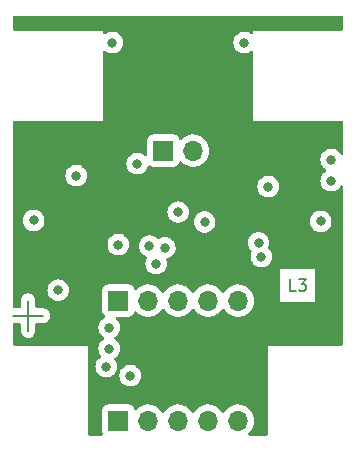
<source format=gbr>
%TF.GenerationSoftware,KiCad,Pcbnew,(6.0.10)*%
%TF.CreationDate,2023-02-07T20:48:55+01:00*%
%TF.ProjectId,JoystickAdapter,4a6f7973-7469-4636-9b41-646170746572,1.0*%
%TF.SameCoordinates,Original*%
%TF.FileFunction,Copper,L3,Inr*%
%TF.FilePolarity,Positive*%
%FSLAX46Y46*%
G04 Gerber Fmt 4.6, Leading zero omitted, Abs format (unit mm)*
G04 Created by KiCad (PCBNEW (6.0.10)) date 2023-02-07 20:48:55*
%MOMM*%
%LPD*%
G01*
G04 APERTURE LIST*
%TA.AperFunction,NonConductor*%
%ADD10C,0.200000*%
%TD*%
%ADD11C,0.150000*%
%TA.AperFunction,NonConductor*%
%ADD12C,0.150000*%
%TD*%
%TA.AperFunction,ComponentPad*%
%ADD13R,1.700000X1.700000*%
%TD*%
%TA.AperFunction,ComponentPad*%
%ADD14O,1.700000X1.700000*%
%TD*%
%TA.AperFunction,ViaPad*%
%ADD15C,0.800000*%
%TD*%
G04 APERTURE END LIST*
D10*
X102870000Y-107950000D02*
X105410000Y-107950000D01*
X104140000Y-106680000D02*
X104140000Y-109220000D01*
D11*
D12*
X126795785Y-105862380D02*
X126319595Y-105862380D01*
X126319595Y-104862380D01*
X127033880Y-104862380D02*
X127652928Y-104862380D01*
X127319595Y-105243333D01*
X127462452Y-105243333D01*
X127557690Y-105290952D01*
X127605309Y-105338571D01*
X127652928Y-105433809D01*
X127652928Y-105671904D01*
X127605309Y-105767142D01*
X127557690Y-105814761D01*
X127462452Y-105862380D01*
X127176738Y-105862380D01*
X127081500Y-105814761D01*
X127033880Y-105767142D01*
D13*
%TO.N,/JOY_SANWA_GND*%
%TO.C,J2*%
X111760000Y-106680000D03*
D14*
%TO.N,/JOY_SANWA_X_LEFT*%
X114300000Y-106680000D03*
%TO.N,/JOY_SANWA_X_RIGHT*%
X116840000Y-106680000D03*
%TO.N,/JOY_SANWA_Y_DOWN*%
X119380000Y-106680000D03*
%TO.N,/JOY_SANWA_Y_UP*%
X121920000Y-106680000D03*
%TD*%
D13*
%TO.N,GND*%
%TO.C,J3*%
X115570000Y-93980000D03*
D14*
%TO.N,Net-(J3-Pad2)*%
X118110000Y-93980000D03*
%TD*%
D13*
%TO.N,/JOY_KY023_GND*%
%TO.C,J1*%
X111760000Y-116840000D03*
D14*
%TO.N,/JOY_KY023_+5V*%
X114300000Y-116840000D03*
%TO.N,JOY_KY023_X*%
X116840000Y-116840000D03*
%TO.N,JOY_KY023_Y*%
X119380000Y-116840000D03*
%TO.N,JOY_KY023_SW*%
X121920000Y-116840000D03*
%TD*%
D15*
%TO.N,+5V*%
X114076000Y-90965000D03*
%TO.N,/JOY_SANWA_X_RIGHT*%
X115712000Y-102210000D03*
%TO.N,Net-(R26-Pad2)*%
X114966000Y-103564000D03*
%TO.N,Net-(R25-Pad2)*%
X123875000Y-102967000D03*
%TO.N,/JOY_SANWA_X_LEFT*%
X114397400Y-102066000D03*
%TO.N,Net-(D5-Pad1)*%
X128903000Y-99967200D03*
%TO.N,Net-(D4-Pad1)*%
X123644000Y-101791000D03*
%TO.N,Net-(D3-Pad1)*%
X116840000Y-99185900D03*
%TO.N,Net-(D2-Pad1)*%
X111760000Y-101952000D03*
%TO.N,+5V*%
X129794000Y-92964000D03*
X115062000Y-110744000D03*
X110998000Y-98806000D03*
X116840000Y-96266000D03*
X115316000Y-113284000D03*
X121920000Y-96266000D03*
X119114000Y-97405000D03*
X127254000Y-99060000D03*
X115062000Y-108966000D03*
X115316000Y-112268000D03*
X103824000Y-96012000D03*
%TO.N,GND*%
X129794000Y-94742000D03*
X122428000Y-84836000D03*
X129794000Y-96520000D03*
X106680000Y-105801000D03*
X110998000Y-108966000D03*
X124460000Y-97028000D03*
X110998000Y-110744000D03*
X110744000Y-112268000D03*
X111252000Y-84836000D03*
X119079000Y-100024000D03*
X108204000Y-96106800D03*
X112776000Y-113030000D03*
X113365000Y-95082800D03*
X104604000Y-99888800D03*
%TD*%
%TA.AperFunction,Conductor*%
%TO.N,+5V*%
G36*
X130752121Y-82570002D02*
G01*
X130798614Y-82623658D01*
X130810000Y-82676000D01*
X130810000Y-83694000D01*
X130789998Y-83762121D01*
X130736342Y-83808614D01*
X130684000Y-83820000D01*
X123190000Y-83820000D01*
X123190000Y-84019369D01*
X123169998Y-84087490D01*
X123116342Y-84133983D01*
X123046068Y-84144087D01*
X122989939Y-84121305D01*
X122890094Y-84048763D01*
X122890093Y-84048762D01*
X122884752Y-84044882D01*
X122878724Y-84042198D01*
X122878722Y-84042197D01*
X122716319Y-83969891D01*
X122716318Y-83969891D01*
X122710288Y-83967206D01*
X122616888Y-83947353D01*
X122529944Y-83928872D01*
X122529939Y-83928872D01*
X122523487Y-83927500D01*
X122332513Y-83927500D01*
X122326061Y-83928872D01*
X122326056Y-83928872D01*
X122239112Y-83947353D01*
X122145712Y-83967206D01*
X122139682Y-83969891D01*
X122139681Y-83969891D01*
X121977278Y-84042197D01*
X121977276Y-84042198D01*
X121971248Y-84044882D01*
X121816747Y-84157134D01*
X121688960Y-84299056D01*
X121593473Y-84464444D01*
X121534458Y-84646072D01*
X121514496Y-84836000D01*
X121534458Y-85025928D01*
X121593473Y-85207556D01*
X121688960Y-85372944D01*
X121816747Y-85514866D01*
X121971248Y-85627118D01*
X121977276Y-85629802D01*
X121977278Y-85629803D01*
X122028551Y-85652631D01*
X122145712Y-85704794D01*
X122239113Y-85724647D01*
X122326056Y-85743128D01*
X122326061Y-85743128D01*
X122332513Y-85744500D01*
X122523487Y-85744500D01*
X122529939Y-85743128D01*
X122529944Y-85743128D01*
X122616887Y-85724647D01*
X122710288Y-85704794D01*
X122827449Y-85652631D01*
X122878722Y-85629803D01*
X122878724Y-85629802D01*
X122884752Y-85627118D01*
X122930568Y-85593831D01*
X122989939Y-85550695D01*
X123056807Y-85526837D01*
X123125958Y-85542917D01*
X123175438Y-85593831D01*
X123190000Y-85652631D01*
X123190000Y-91440000D01*
X130684000Y-91440000D01*
X130752121Y-91460002D01*
X130798614Y-91513658D01*
X130810000Y-91566000D01*
X130810000Y-94214527D01*
X130789998Y-94282648D01*
X130736342Y-94329141D01*
X130666068Y-94339245D01*
X130601488Y-94309751D01*
X130574881Y-94277527D01*
X130572281Y-94273023D01*
X130533040Y-94205056D01*
X130405253Y-94063134D01*
X130250752Y-93950882D01*
X130244724Y-93948198D01*
X130244722Y-93948197D01*
X130082319Y-93875891D01*
X130082318Y-93875891D01*
X130076288Y-93873206D01*
X129982888Y-93853353D01*
X129895944Y-93834872D01*
X129895939Y-93834872D01*
X129889487Y-93833500D01*
X129698513Y-93833500D01*
X129692061Y-93834872D01*
X129692056Y-93834872D01*
X129605112Y-93853353D01*
X129511712Y-93873206D01*
X129505682Y-93875891D01*
X129505681Y-93875891D01*
X129343278Y-93948197D01*
X129343276Y-93948198D01*
X129337248Y-93950882D01*
X129182747Y-94063134D01*
X129054960Y-94205056D01*
X128959473Y-94370444D01*
X128900458Y-94552072D01*
X128880496Y-94742000D01*
X128881186Y-94748565D01*
X128899322Y-94921115D01*
X128900458Y-94931928D01*
X128959473Y-95113556D01*
X129054960Y-95278944D01*
X129059378Y-95283851D01*
X129059379Y-95283852D01*
X129103270Y-95332598D01*
X129182747Y-95420866D01*
X129228842Y-95454356D01*
X129331668Y-95529064D01*
X129375022Y-95585287D01*
X129381097Y-95656023D01*
X129347965Y-95718814D01*
X129331668Y-95732936D01*
X129182747Y-95841134D01*
X129178326Y-95846044D01*
X129178325Y-95846045D01*
X129150811Y-95876603D01*
X129054960Y-95983056D01*
X129049492Y-95992527D01*
X128987307Y-96100235D01*
X128959473Y-96148444D01*
X128900458Y-96330072D01*
X128899768Y-96336633D01*
X128899768Y-96336635D01*
X128897938Y-96354045D01*
X128880496Y-96520000D01*
X128900458Y-96709928D01*
X128959473Y-96891556D01*
X129054960Y-97056944D01*
X129182747Y-97198866D01*
X129337248Y-97311118D01*
X129343276Y-97313802D01*
X129343278Y-97313803D01*
X129505681Y-97386109D01*
X129511712Y-97388794D01*
X129605112Y-97408647D01*
X129692056Y-97427128D01*
X129692061Y-97427128D01*
X129698513Y-97428500D01*
X129889487Y-97428500D01*
X129895939Y-97427128D01*
X129895944Y-97427128D01*
X129982888Y-97408647D01*
X130076288Y-97388794D01*
X130082319Y-97386109D01*
X130244722Y-97313803D01*
X130244724Y-97313802D01*
X130250752Y-97311118D01*
X130405253Y-97198866D01*
X130533040Y-97056944D01*
X130574882Y-96984472D01*
X130626263Y-96935480D01*
X130695977Y-96922044D01*
X130761888Y-96948430D01*
X130803070Y-97006262D01*
X130810000Y-97047473D01*
X130810000Y-110364000D01*
X130789998Y-110432121D01*
X130736342Y-110478614D01*
X130684000Y-110490000D01*
X124460000Y-110490000D01*
X124460000Y-117984000D01*
X124439998Y-118052121D01*
X124386342Y-118098614D01*
X124334000Y-118110000D01*
X122872680Y-118110000D01*
X122804559Y-118089998D01*
X122758066Y-118036342D01*
X122747962Y-117966068D01*
X122777456Y-117901488D01*
X122792189Y-117888089D01*
X122791702Y-117887513D01*
X122795657Y-117884171D01*
X122799860Y-117881173D01*
X122958096Y-117723489D01*
X123088453Y-117542077D01*
X123109320Y-117499857D01*
X123185136Y-117346453D01*
X123185137Y-117346451D01*
X123187430Y-117341811D01*
X123252370Y-117128069D01*
X123281529Y-116906590D01*
X123283156Y-116840000D01*
X123264852Y-116617361D01*
X123210431Y-116400702D01*
X123121354Y-116195840D01*
X123000014Y-116008277D01*
X122849670Y-115843051D01*
X122845619Y-115839852D01*
X122845615Y-115839848D01*
X122678414Y-115707800D01*
X122678410Y-115707798D01*
X122674359Y-115704598D01*
X122478789Y-115596638D01*
X122473920Y-115594914D01*
X122473916Y-115594912D01*
X122273087Y-115523795D01*
X122273083Y-115523794D01*
X122268212Y-115522069D01*
X122263119Y-115521162D01*
X122263116Y-115521161D01*
X122053373Y-115483800D01*
X122053367Y-115483799D01*
X122048284Y-115482894D01*
X121974452Y-115481992D01*
X121830081Y-115480228D01*
X121830079Y-115480228D01*
X121824911Y-115480165D01*
X121604091Y-115513955D01*
X121391756Y-115583357D01*
X121193607Y-115686507D01*
X121189474Y-115689610D01*
X121189471Y-115689612D01*
X121019100Y-115817530D01*
X121014965Y-115820635D01*
X121011393Y-115824373D01*
X120903729Y-115937037D01*
X120860629Y-115982138D01*
X120753201Y-116139621D01*
X120698293Y-116184621D01*
X120627768Y-116192792D01*
X120564021Y-116161538D01*
X120543324Y-116137054D01*
X120462822Y-116012617D01*
X120462820Y-116012614D01*
X120460014Y-116008277D01*
X120309670Y-115843051D01*
X120305619Y-115839852D01*
X120305615Y-115839848D01*
X120138414Y-115707800D01*
X120138410Y-115707798D01*
X120134359Y-115704598D01*
X119938789Y-115596638D01*
X119933920Y-115594914D01*
X119933916Y-115594912D01*
X119733087Y-115523795D01*
X119733083Y-115523794D01*
X119728212Y-115522069D01*
X119723119Y-115521162D01*
X119723116Y-115521161D01*
X119513373Y-115483800D01*
X119513367Y-115483799D01*
X119508284Y-115482894D01*
X119434452Y-115481992D01*
X119290081Y-115480228D01*
X119290079Y-115480228D01*
X119284911Y-115480165D01*
X119064091Y-115513955D01*
X118851756Y-115583357D01*
X118653607Y-115686507D01*
X118649474Y-115689610D01*
X118649471Y-115689612D01*
X118479100Y-115817530D01*
X118474965Y-115820635D01*
X118471393Y-115824373D01*
X118363729Y-115937037D01*
X118320629Y-115982138D01*
X118213201Y-116139621D01*
X118158293Y-116184621D01*
X118087768Y-116192792D01*
X118024021Y-116161538D01*
X118003324Y-116137054D01*
X117922822Y-116012617D01*
X117922820Y-116012614D01*
X117920014Y-116008277D01*
X117769670Y-115843051D01*
X117765619Y-115839852D01*
X117765615Y-115839848D01*
X117598414Y-115707800D01*
X117598410Y-115707798D01*
X117594359Y-115704598D01*
X117398789Y-115596638D01*
X117393920Y-115594914D01*
X117393916Y-115594912D01*
X117193087Y-115523795D01*
X117193083Y-115523794D01*
X117188212Y-115522069D01*
X117183119Y-115521162D01*
X117183116Y-115521161D01*
X116973373Y-115483800D01*
X116973367Y-115483799D01*
X116968284Y-115482894D01*
X116894452Y-115481992D01*
X116750081Y-115480228D01*
X116750079Y-115480228D01*
X116744911Y-115480165D01*
X116524091Y-115513955D01*
X116311756Y-115583357D01*
X116113607Y-115686507D01*
X116109474Y-115689610D01*
X116109471Y-115689612D01*
X115939100Y-115817530D01*
X115934965Y-115820635D01*
X115931393Y-115824373D01*
X115823729Y-115937037D01*
X115780629Y-115982138D01*
X115673201Y-116139621D01*
X115618293Y-116184621D01*
X115547768Y-116192792D01*
X115484021Y-116161538D01*
X115463324Y-116137054D01*
X115382822Y-116012617D01*
X115382820Y-116012614D01*
X115380014Y-116008277D01*
X115229670Y-115843051D01*
X115225619Y-115839852D01*
X115225615Y-115839848D01*
X115058414Y-115707800D01*
X115058410Y-115707798D01*
X115054359Y-115704598D01*
X114858789Y-115596638D01*
X114853920Y-115594914D01*
X114853916Y-115594912D01*
X114653087Y-115523795D01*
X114653083Y-115523794D01*
X114648212Y-115522069D01*
X114643119Y-115521162D01*
X114643116Y-115521161D01*
X114433373Y-115483800D01*
X114433367Y-115483799D01*
X114428284Y-115482894D01*
X114354452Y-115481992D01*
X114210081Y-115480228D01*
X114210079Y-115480228D01*
X114204911Y-115480165D01*
X113984091Y-115513955D01*
X113771756Y-115583357D01*
X113573607Y-115686507D01*
X113569474Y-115689610D01*
X113569471Y-115689612D01*
X113399100Y-115817530D01*
X113394965Y-115820635D01*
X113338537Y-115879684D01*
X113314283Y-115905064D01*
X113252759Y-115940494D01*
X113181846Y-115937037D01*
X113124060Y-115895791D01*
X113105207Y-115862243D01*
X113063767Y-115751703D01*
X113060615Y-115743295D01*
X112973261Y-115626739D01*
X112856705Y-115539385D01*
X112720316Y-115488255D01*
X112658134Y-115481500D01*
X110861866Y-115481500D01*
X110799684Y-115488255D01*
X110663295Y-115539385D01*
X110546739Y-115626739D01*
X110459385Y-115743295D01*
X110408255Y-115879684D01*
X110401500Y-115941866D01*
X110401500Y-117738134D01*
X110408255Y-117800316D01*
X110413362Y-117813938D01*
X110459385Y-117936705D01*
X110456711Y-117937708D01*
X110468770Y-117992850D01*
X110444032Y-118059398D01*
X110387243Y-118102007D01*
X110343081Y-118110000D01*
X109346000Y-118110000D01*
X109277879Y-118089998D01*
X109231386Y-118036342D01*
X109220000Y-117984000D01*
X109220000Y-112268000D01*
X109830496Y-112268000D01*
X109831186Y-112274565D01*
X109838826Y-112347251D01*
X109850458Y-112457928D01*
X109909473Y-112639556D01*
X110004960Y-112804944D01*
X110009378Y-112809851D01*
X110009379Y-112809852D01*
X110036589Y-112840072D01*
X110132747Y-112946866D01*
X110231843Y-113018864D01*
X110256207Y-113036565D01*
X110287248Y-113059118D01*
X110293276Y-113061802D01*
X110293278Y-113061803D01*
X110455681Y-113134109D01*
X110461712Y-113136794D01*
X110555112Y-113156647D01*
X110642056Y-113175128D01*
X110642061Y-113175128D01*
X110648513Y-113176500D01*
X110839487Y-113176500D01*
X110845939Y-113175128D01*
X110845944Y-113175128D01*
X110932888Y-113156647D01*
X111026288Y-113136794D01*
X111032319Y-113134109D01*
X111194722Y-113061803D01*
X111194724Y-113061802D01*
X111200752Y-113059118D01*
X111231794Y-113036565D01*
X111240830Y-113030000D01*
X111862496Y-113030000D01*
X111863186Y-113036565D01*
X111877894Y-113176500D01*
X111882458Y-113219928D01*
X111941473Y-113401556D01*
X112036960Y-113566944D01*
X112164747Y-113708866D01*
X112319248Y-113821118D01*
X112325276Y-113823802D01*
X112325278Y-113823803D01*
X112487681Y-113896109D01*
X112493712Y-113898794D01*
X112587112Y-113918647D01*
X112674056Y-113937128D01*
X112674061Y-113937128D01*
X112680513Y-113938500D01*
X112871487Y-113938500D01*
X112877939Y-113937128D01*
X112877944Y-113937128D01*
X112964887Y-113918647D01*
X113058288Y-113898794D01*
X113064319Y-113896109D01*
X113226722Y-113823803D01*
X113226724Y-113823802D01*
X113232752Y-113821118D01*
X113387253Y-113708866D01*
X113515040Y-113566944D01*
X113610527Y-113401556D01*
X113669542Y-113219928D01*
X113674107Y-113176500D01*
X113688814Y-113036565D01*
X113689504Y-113030000D01*
X113688814Y-113023435D01*
X113670232Y-112846635D01*
X113670232Y-112846633D01*
X113669542Y-112840072D01*
X113610527Y-112658444D01*
X113515040Y-112493056D01*
X113489064Y-112464206D01*
X113391675Y-112356045D01*
X113391674Y-112356044D01*
X113387253Y-112351134D01*
X113272829Y-112268000D01*
X113238094Y-112242763D01*
X113238093Y-112242762D01*
X113232752Y-112238882D01*
X113226724Y-112236198D01*
X113226722Y-112236197D01*
X113064319Y-112163891D01*
X113064318Y-112163891D01*
X113058288Y-112161206D01*
X112964888Y-112141353D01*
X112877944Y-112122872D01*
X112877939Y-112122872D01*
X112871487Y-112121500D01*
X112680513Y-112121500D01*
X112674061Y-112122872D01*
X112674056Y-112122872D01*
X112587112Y-112141353D01*
X112493712Y-112161206D01*
X112487682Y-112163891D01*
X112487681Y-112163891D01*
X112325278Y-112236197D01*
X112325276Y-112236198D01*
X112319248Y-112238882D01*
X112313907Y-112242762D01*
X112313906Y-112242763D01*
X112279171Y-112268000D01*
X112164747Y-112351134D01*
X112160326Y-112356044D01*
X112160325Y-112356045D01*
X112062937Y-112464206D01*
X112036960Y-112493056D01*
X111941473Y-112658444D01*
X111882458Y-112840072D01*
X111881768Y-112846633D01*
X111881768Y-112846635D01*
X111863186Y-113023435D01*
X111862496Y-113030000D01*
X111240830Y-113030000D01*
X111256157Y-113018864D01*
X111355253Y-112946866D01*
X111451411Y-112840072D01*
X111478621Y-112809852D01*
X111478622Y-112809851D01*
X111483040Y-112804944D01*
X111578527Y-112639556D01*
X111637542Y-112457928D01*
X111649175Y-112347251D01*
X111656814Y-112274565D01*
X111657504Y-112268000D01*
X111646280Y-112161206D01*
X111638232Y-112084635D01*
X111638232Y-112084633D01*
X111637542Y-112078072D01*
X111578527Y-111896444D01*
X111483040Y-111731056D01*
X111458835Y-111704173D01*
X111428119Y-111640169D01*
X111436882Y-111569715D01*
X111478411Y-111517929D01*
X111600960Y-111428891D01*
X111609253Y-111422866D01*
X111737040Y-111280944D01*
X111832527Y-111115556D01*
X111891542Y-110933928D01*
X111911504Y-110744000D01*
X111891542Y-110554072D01*
X111832527Y-110372444D01*
X111737040Y-110207056D01*
X111609253Y-110065134D01*
X111460332Y-109956936D01*
X111416978Y-109900713D01*
X111410903Y-109829977D01*
X111444035Y-109767186D01*
X111460332Y-109753064D01*
X111596699Y-109653987D01*
X111609253Y-109644866D01*
X111709592Y-109533428D01*
X111732621Y-109507852D01*
X111732622Y-109507851D01*
X111737040Y-109502944D01*
X111832527Y-109337556D01*
X111891542Y-109155928D01*
X111911504Y-108966000D01*
X111891542Y-108776072D01*
X111832527Y-108594444D01*
X111818349Y-108569886D01*
X111740341Y-108434774D01*
X111737040Y-108429056D01*
X111609253Y-108287134D01*
X111580763Y-108266435D01*
X111537411Y-108210213D01*
X111531336Y-108139477D01*
X111564468Y-108076685D01*
X111626288Y-108041774D01*
X111654826Y-108038500D01*
X112658134Y-108038500D01*
X112720316Y-108031745D01*
X112856705Y-107980615D01*
X112973261Y-107893261D01*
X113060615Y-107776705D01*
X113082799Y-107717529D01*
X113104598Y-107659382D01*
X113147240Y-107602618D01*
X113213802Y-107577918D01*
X113283150Y-107593126D01*
X113317817Y-107621114D01*
X113346250Y-107653938D01*
X113518126Y-107796632D01*
X113711000Y-107909338D01*
X113919692Y-107989030D01*
X113924760Y-107990061D01*
X113924763Y-107990062D01*
X114032017Y-108011883D01*
X114138597Y-108033567D01*
X114143772Y-108033757D01*
X114143774Y-108033757D01*
X114356673Y-108041564D01*
X114356677Y-108041564D01*
X114361837Y-108041753D01*
X114366957Y-108041097D01*
X114366959Y-108041097D01*
X114578288Y-108014025D01*
X114578289Y-108014025D01*
X114583416Y-108013368D01*
X114639350Y-107996587D01*
X114792429Y-107950661D01*
X114792434Y-107950659D01*
X114797384Y-107949174D01*
X114997994Y-107850896D01*
X115179860Y-107721173D01*
X115338096Y-107563489D01*
X115444569Y-107415316D01*
X115468453Y-107382077D01*
X115469776Y-107383028D01*
X115516645Y-107339857D01*
X115586580Y-107327625D01*
X115652026Y-107355144D01*
X115679875Y-107386994D01*
X115739987Y-107485088D01*
X115886250Y-107653938D01*
X116058126Y-107796632D01*
X116251000Y-107909338D01*
X116459692Y-107989030D01*
X116464760Y-107990061D01*
X116464763Y-107990062D01*
X116572017Y-108011883D01*
X116678597Y-108033567D01*
X116683772Y-108033757D01*
X116683774Y-108033757D01*
X116896673Y-108041564D01*
X116896677Y-108041564D01*
X116901837Y-108041753D01*
X116906957Y-108041097D01*
X116906959Y-108041097D01*
X117118288Y-108014025D01*
X117118289Y-108014025D01*
X117123416Y-108013368D01*
X117179350Y-107996587D01*
X117332429Y-107950661D01*
X117332434Y-107950659D01*
X117337384Y-107949174D01*
X117537994Y-107850896D01*
X117719860Y-107721173D01*
X117878096Y-107563489D01*
X117984569Y-107415316D01*
X118008453Y-107382077D01*
X118009776Y-107383028D01*
X118056645Y-107339857D01*
X118126580Y-107327625D01*
X118192026Y-107355144D01*
X118219875Y-107386994D01*
X118279987Y-107485088D01*
X118426250Y-107653938D01*
X118598126Y-107796632D01*
X118791000Y-107909338D01*
X118999692Y-107989030D01*
X119004760Y-107990061D01*
X119004763Y-107990062D01*
X119112017Y-108011883D01*
X119218597Y-108033567D01*
X119223772Y-108033757D01*
X119223774Y-108033757D01*
X119436673Y-108041564D01*
X119436677Y-108041564D01*
X119441837Y-108041753D01*
X119446957Y-108041097D01*
X119446959Y-108041097D01*
X119658288Y-108014025D01*
X119658289Y-108014025D01*
X119663416Y-108013368D01*
X119719350Y-107996587D01*
X119872429Y-107950661D01*
X119872434Y-107950659D01*
X119877384Y-107949174D01*
X120077994Y-107850896D01*
X120259860Y-107721173D01*
X120418096Y-107563489D01*
X120524569Y-107415316D01*
X120548453Y-107382077D01*
X120549776Y-107383028D01*
X120596645Y-107339857D01*
X120666580Y-107327625D01*
X120732026Y-107355144D01*
X120759875Y-107386994D01*
X120819987Y-107485088D01*
X120966250Y-107653938D01*
X121138126Y-107796632D01*
X121331000Y-107909338D01*
X121539692Y-107989030D01*
X121544760Y-107990061D01*
X121544763Y-107990062D01*
X121652017Y-108011883D01*
X121758597Y-108033567D01*
X121763772Y-108033757D01*
X121763774Y-108033757D01*
X121976673Y-108041564D01*
X121976677Y-108041564D01*
X121981837Y-108041753D01*
X121986957Y-108041097D01*
X121986959Y-108041097D01*
X122198288Y-108014025D01*
X122198289Y-108014025D01*
X122203416Y-108013368D01*
X122259350Y-107996587D01*
X122412429Y-107950661D01*
X122412434Y-107950659D01*
X122417384Y-107949174D01*
X122617994Y-107850896D01*
X122799860Y-107721173D01*
X122958096Y-107563489D01*
X123064569Y-107415316D01*
X123085435Y-107386277D01*
X123088453Y-107382077D01*
X123101300Y-107356084D01*
X123185136Y-107186453D01*
X123185137Y-107186451D01*
X123187430Y-107181811D01*
X123252370Y-106968069D01*
X123269758Y-106836000D01*
X125475500Y-106836000D01*
X128404405Y-106836000D01*
X128404405Y-103984000D01*
X125475500Y-103984000D01*
X125475500Y-106836000D01*
X123269758Y-106836000D01*
X123281529Y-106746590D01*
X123283156Y-106680000D01*
X123264852Y-106457361D01*
X123210431Y-106240702D01*
X123121354Y-106035840D01*
X123000014Y-105848277D01*
X122849670Y-105683051D01*
X122845619Y-105679852D01*
X122845615Y-105679848D01*
X122678414Y-105547800D01*
X122678410Y-105547798D01*
X122674359Y-105544598D01*
X122478789Y-105436638D01*
X122473920Y-105434914D01*
X122473916Y-105434912D01*
X122273087Y-105363795D01*
X122273083Y-105363794D01*
X122268212Y-105362069D01*
X122263119Y-105361162D01*
X122263116Y-105361161D01*
X122053373Y-105323800D01*
X122053367Y-105323799D01*
X122048284Y-105322894D01*
X121974452Y-105321992D01*
X121830081Y-105320228D01*
X121830079Y-105320228D01*
X121824911Y-105320165D01*
X121604091Y-105353955D01*
X121391756Y-105423357D01*
X121193607Y-105526507D01*
X121189474Y-105529610D01*
X121189471Y-105529612D01*
X121019100Y-105657530D01*
X121014965Y-105660635D01*
X121011393Y-105664373D01*
X120903729Y-105777037D01*
X120860629Y-105822138D01*
X120753201Y-105979621D01*
X120698293Y-106024621D01*
X120627768Y-106032792D01*
X120564021Y-106001538D01*
X120543324Y-105977054D01*
X120462822Y-105852617D01*
X120462820Y-105852614D01*
X120460014Y-105848277D01*
X120309670Y-105683051D01*
X120305619Y-105679852D01*
X120305615Y-105679848D01*
X120138414Y-105547800D01*
X120138410Y-105547798D01*
X120134359Y-105544598D01*
X119938789Y-105436638D01*
X119933920Y-105434914D01*
X119933916Y-105434912D01*
X119733087Y-105363795D01*
X119733083Y-105363794D01*
X119728212Y-105362069D01*
X119723119Y-105361162D01*
X119723116Y-105361161D01*
X119513373Y-105323800D01*
X119513367Y-105323799D01*
X119508284Y-105322894D01*
X119434452Y-105321992D01*
X119290081Y-105320228D01*
X119290079Y-105320228D01*
X119284911Y-105320165D01*
X119064091Y-105353955D01*
X118851756Y-105423357D01*
X118653607Y-105526507D01*
X118649474Y-105529610D01*
X118649471Y-105529612D01*
X118479100Y-105657530D01*
X118474965Y-105660635D01*
X118471393Y-105664373D01*
X118363729Y-105777037D01*
X118320629Y-105822138D01*
X118213201Y-105979621D01*
X118158293Y-106024621D01*
X118087768Y-106032792D01*
X118024021Y-106001538D01*
X118003324Y-105977054D01*
X117922822Y-105852617D01*
X117922820Y-105852614D01*
X117920014Y-105848277D01*
X117769670Y-105683051D01*
X117765619Y-105679852D01*
X117765615Y-105679848D01*
X117598414Y-105547800D01*
X117598410Y-105547798D01*
X117594359Y-105544598D01*
X117398789Y-105436638D01*
X117393920Y-105434914D01*
X117393916Y-105434912D01*
X117193087Y-105363795D01*
X117193083Y-105363794D01*
X117188212Y-105362069D01*
X117183119Y-105361162D01*
X117183116Y-105361161D01*
X116973373Y-105323800D01*
X116973367Y-105323799D01*
X116968284Y-105322894D01*
X116894452Y-105321992D01*
X116750081Y-105320228D01*
X116750079Y-105320228D01*
X116744911Y-105320165D01*
X116524091Y-105353955D01*
X116311756Y-105423357D01*
X116113607Y-105526507D01*
X116109474Y-105529610D01*
X116109471Y-105529612D01*
X115939100Y-105657530D01*
X115934965Y-105660635D01*
X115931393Y-105664373D01*
X115823729Y-105777037D01*
X115780629Y-105822138D01*
X115673201Y-105979621D01*
X115618293Y-106024621D01*
X115547768Y-106032792D01*
X115484021Y-106001538D01*
X115463324Y-105977054D01*
X115382822Y-105852617D01*
X115382820Y-105852614D01*
X115380014Y-105848277D01*
X115229670Y-105683051D01*
X115225619Y-105679852D01*
X115225615Y-105679848D01*
X115058414Y-105547800D01*
X115058410Y-105547798D01*
X115054359Y-105544598D01*
X114858789Y-105436638D01*
X114853920Y-105434914D01*
X114853916Y-105434912D01*
X114653087Y-105363795D01*
X114653083Y-105363794D01*
X114648212Y-105362069D01*
X114643119Y-105361162D01*
X114643116Y-105361161D01*
X114433373Y-105323800D01*
X114433367Y-105323799D01*
X114428284Y-105322894D01*
X114354452Y-105321992D01*
X114210081Y-105320228D01*
X114210079Y-105320228D01*
X114204911Y-105320165D01*
X113984091Y-105353955D01*
X113771756Y-105423357D01*
X113573607Y-105526507D01*
X113569474Y-105529610D01*
X113569471Y-105529612D01*
X113399100Y-105657530D01*
X113394965Y-105660635D01*
X113338537Y-105719684D01*
X113314283Y-105745064D01*
X113252759Y-105780494D01*
X113181846Y-105777037D01*
X113124060Y-105735791D01*
X113105207Y-105702243D01*
X113063767Y-105591703D01*
X113060615Y-105583295D01*
X112973261Y-105466739D01*
X112856705Y-105379385D01*
X112720316Y-105328255D01*
X112658134Y-105321500D01*
X110861866Y-105321500D01*
X110799684Y-105328255D01*
X110663295Y-105379385D01*
X110546739Y-105466739D01*
X110459385Y-105583295D01*
X110408255Y-105719684D01*
X110401500Y-105781866D01*
X110401500Y-107578134D01*
X110408255Y-107640316D01*
X110459385Y-107776705D01*
X110546739Y-107893261D01*
X110553919Y-107898642D01*
X110553920Y-107898643D01*
X110608738Y-107939727D01*
X110651253Y-107996587D01*
X110656279Y-108067405D01*
X110622219Y-108129698D01*
X110584421Y-108155660D01*
X110547281Y-108172195D01*
X110547274Y-108172199D01*
X110541248Y-108174882D01*
X110386747Y-108287134D01*
X110258960Y-108429056D01*
X110255659Y-108434774D01*
X110177652Y-108569886D01*
X110163473Y-108594444D01*
X110104458Y-108776072D01*
X110084496Y-108966000D01*
X110104458Y-109155928D01*
X110163473Y-109337556D01*
X110258960Y-109502944D01*
X110263378Y-109507851D01*
X110263379Y-109507852D01*
X110286408Y-109533428D01*
X110386747Y-109644866D01*
X110399301Y-109653987D01*
X110535668Y-109753064D01*
X110579022Y-109809287D01*
X110585097Y-109880023D01*
X110551965Y-109942814D01*
X110535668Y-109956936D01*
X110386747Y-110065134D01*
X110258960Y-110207056D01*
X110163473Y-110372444D01*
X110104458Y-110554072D01*
X110084496Y-110744000D01*
X110104458Y-110933928D01*
X110163473Y-111115556D01*
X110258960Y-111280944D01*
X110283165Y-111307827D01*
X110313881Y-111371831D01*
X110305118Y-111442285D01*
X110263589Y-111494071D01*
X110132747Y-111589134D01*
X110004960Y-111731056D01*
X109909473Y-111896444D01*
X109850458Y-112078072D01*
X109849768Y-112084633D01*
X109849768Y-112084635D01*
X109841720Y-112161206D01*
X109830496Y-112268000D01*
X109220000Y-112268000D01*
X109220000Y-110490000D01*
X102996000Y-110490000D01*
X102927879Y-110469998D01*
X102881386Y-110416342D01*
X102870000Y-110364000D01*
X102870000Y-108684500D01*
X102890002Y-108616379D01*
X102943658Y-108569886D01*
X102996000Y-108558500D01*
X103405500Y-108558500D01*
X103473621Y-108578502D01*
X103520114Y-108632158D01*
X103531500Y-108684500D01*
X103531500Y-109259885D01*
X103547162Y-109378850D01*
X103608476Y-109526875D01*
X103657244Y-109590431D01*
X103700984Y-109647434D01*
X103700987Y-109647437D01*
X103706013Y-109653987D01*
X103833124Y-109751524D01*
X103840750Y-109754683D01*
X103840752Y-109754684D01*
X103973520Y-109809678D01*
X103973523Y-109809679D01*
X103981150Y-109812838D01*
X104140000Y-109833751D01*
X104148188Y-109832673D01*
X104290662Y-109813916D01*
X104298850Y-109812838D01*
X104446875Y-109751524D01*
X104573987Y-109653987D01*
X104671524Y-109526875D01*
X104732838Y-109378850D01*
X104748500Y-109259885D01*
X104748500Y-108684500D01*
X104768502Y-108616379D01*
X104822158Y-108569886D01*
X104874500Y-108558500D01*
X105449885Y-108558500D01*
X105568850Y-108542838D01*
X105716875Y-108481524D01*
X105785252Y-108429056D01*
X105837434Y-108389016D01*
X105837437Y-108389013D01*
X105843987Y-108383987D01*
X105921286Y-108283251D01*
X105936498Y-108263426D01*
X105941524Y-108256876D01*
X105944684Y-108249248D01*
X105999678Y-108116480D01*
X105999679Y-108116477D01*
X106002838Y-108108850D01*
X106023751Y-107950000D01*
X106002838Y-107791150D01*
X105941524Y-107643125D01*
X105843987Y-107516013D01*
X105716875Y-107418476D01*
X105568850Y-107357162D01*
X105449885Y-107341500D01*
X104874500Y-107341500D01*
X104806379Y-107321498D01*
X104759886Y-107267842D01*
X104748500Y-107215500D01*
X104748500Y-106640115D01*
X104732838Y-106521150D01*
X104671524Y-106373125D01*
X104622756Y-106309569D01*
X104579016Y-106252566D01*
X104579013Y-106252563D01*
X104573987Y-106246013D01*
X104446876Y-106148476D01*
X104439250Y-106145317D01*
X104439248Y-106145316D01*
X104306480Y-106090322D01*
X104306477Y-106090321D01*
X104298850Y-106087162D01*
X104140000Y-106066249D01*
X103981150Y-106087162D01*
X103833125Y-106148476D01*
X103706013Y-106246013D01*
X103608476Y-106373125D01*
X103547162Y-106521150D01*
X103531500Y-106640115D01*
X103531500Y-107215500D01*
X103511498Y-107283621D01*
X103457842Y-107330114D01*
X103405500Y-107341500D01*
X102996000Y-107341500D01*
X102927879Y-107321498D01*
X102881386Y-107267842D01*
X102870000Y-107215500D01*
X102870000Y-105801000D01*
X105766496Y-105801000D01*
X105786458Y-105990928D01*
X105845473Y-106172556D01*
X105940960Y-106337944D01*
X106068747Y-106479866D01*
X106223248Y-106592118D01*
X106229276Y-106594802D01*
X106229278Y-106594803D01*
X106391681Y-106667109D01*
X106397712Y-106669794D01*
X106491112Y-106689647D01*
X106578056Y-106708128D01*
X106578061Y-106708128D01*
X106584513Y-106709500D01*
X106775487Y-106709500D01*
X106781939Y-106708128D01*
X106781944Y-106708128D01*
X106868887Y-106689647D01*
X106962288Y-106669794D01*
X106968319Y-106667109D01*
X107130722Y-106594803D01*
X107130724Y-106594802D01*
X107136752Y-106592118D01*
X107291253Y-106479866D01*
X107419040Y-106337944D01*
X107514527Y-106172556D01*
X107573542Y-105990928D01*
X107593504Y-105801000D01*
X107585783Y-105727540D01*
X107574232Y-105617635D01*
X107574232Y-105617633D01*
X107573542Y-105611072D01*
X107514527Y-105429444D01*
X107419040Y-105264056D01*
X107291253Y-105122134D01*
X107136752Y-105009882D01*
X107130724Y-105007198D01*
X107130722Y-105007197D01*
X106968319Y-104934891D01*
X106968318Y-104934891D01*
X106962288Y-104932206D01*
X106868887Y-104912353D01*
X106781944Y-104893872D01*
X106781939Y-104893872D01*
X106775487Y-104892500D01*
X106584513Y-104892500D01*
X106578061Y-104893872D01*
X106578056Y-104893872D01*
X106491113Y-104912353D01*
X106397712Y-104932206D01*
X106391682Y-104934891D01*
X106391681Y-104934891D01*
X106229278Y-105007197D01*
X106229276Y-105007198D01*
X106223248Y-105009882D01*
X106068747Y-105122134D01*
X105940960Y-105264056D01*
X105845473Y-105429444D01*
X105786458Y-105611072D01*
X105785768Y-105617633D01*
X105785768Y-105617635D01*
X105774217Y-105727540D01*
X105766496Y-105801000D01*
X102870000Y-105801000D01*
X102870000Y-101952000D01*
X110846496Y-101952000D01*
X110847186Y-101958565D01*
X110853651Y-102020072D01*
X110866458Y-102141928D01*
X110925473Y-102323556D01*
X111020960Y-102488944D01*
X111148747Y-102630866D01*
X111303248Y-102743118D01*
X111309276Y-102745802D01*
X111309278Y-102745803D01*
X111379510Y-102777072D01*
X111477712Y-102820794D01*
X111571112Y-102840647D01*
X111658056Y-102859128D01*
X111658061Y-102859128D01*
X111664513Y-102860500D01*
X111855487Y-102860500D01*
X111861939Y-102859128D01*
X111861944Y-102859128D01*
X111948888Y-102840647D01*
X112042288Y-102820794D01*
X112140490Y-102777072D01*
X112210722Y-102745803D01*
X112210724Y-102745802D01*
X112216752Y-102743118D01*
X112371253Y-102630866D01*
X112499040Y-102488944D01*
X112594527Y-102323556D01*
X112653542Y-102141928D01*
X112661523Y-102066000D01*
X113483896Y-102066000D01*
X113484586Y-102072565D01*
X113493385Y-102156279D01*
X113503858Y-102255928D01*
X113562873Y-102437556D01*
X113566176Y-102443278D01*
X113566177Y-102443279D01*
X113581527Y-102469866D01*
X113658360Y-102602944D01*
X113786147Y-102744866D01*
X113821834Y-102770794D01*
X113890653Y-102820794D01*
X113940648Y-102857118D01*
X113946676Y-102859802D01*
X113946678Y-102859803D01*
X114115112Y-102934794D01*
X114114307Y-102936602D01*
X114165122Y-102971348D01*
X114192760Y-103036745D01*
X114180654Y-103106701D01*
X114176702Y-103114105D01*
X114131473Y-103192444D01*
X114072458Y-103374072D01*
X114052496Y-103564000D01*
X114072458Y-103753928D01*
X114131473Y-103935556D01*
X114226960Y-104100944D01*
X114354747Y-104242866D01*
X114509248Y-104355118D01*
X114515276Y-104357802D01*
X114515278Y-104357803D01*
X114677681Y-104430109D01*
X114683712Y-104432794D01*
X114777113Y-104452647D01*
X114864056Y-104471128D01*
X114864061Y-104471128D01*
X114870513Y-104472500D01*
X115061487Y-104472500D01*
X115067939Y-104471128D01*
X115067944Y-104471128D01*
X115154887Y-104452647D01*
X115248288Y-104432794D01*
X115254319Y-104430109D01*
X115416722Y-104357803D01*
X115416724Y-104357802D01*
X115422752Y-104355118D01*
X115577253Y-104242866D01*
X115705040Y-104100944D01*
X115800527Y-103935556D01*
X115859542Y-103753928D01*
X115879504Y-103564000D01*
X115859542Y-103374072D01*
X115821746Y-103257749D01*
X115819718Y-103186782D01*
X115856381Y-103125984D01*
X115915382Y-103095566D01*
X115994288Y-103078794D01*
X116000319Y-103076109D01*
X116162722Y-103003803D01*
X116162724Y-103003802D01*
X116168752Y-103001118D01*
X116323253Y-102888866D01*
X116348794Y-102860500D01*
X116446621Y-102751852D01*
X116446622Y-102751851D01*
X116451040Y-102746944D01*
X116546527Y-102581556D01*
X116605542Y-102399928D01*
X116612968Y-102329279D01*
X116624814Y-102216565D01*
X116625504Y-102210000D01*
X116620830Y-102165532D01*
X116606232Y-102026635D01*
X116606232Y-102026633D01*
X116605542Y-102020072D01*
X116546527Y-101838444D01*
X116522926Y-101797565D01*
X116519136Y-101791000D01*
X122730496Y-101791000D01*
X122731186Y-101797565D01*
X122748108Y-101958565D01*
X122750458Y-101980928D01*
X122809473Y-102162556D01*
X122812776Y-102168278D01*
X122812777Y-102168279D01*
X122836865Y-102210000D01*
X122904960Y-102327944D01*
X122909378Y-102332851D01*
X122909379Y-102332852D01*
X123021082Y-102456911D01*
X123051800Y-102520918D01*
X123042657Y-102591661D01*
X123040473Y-102595444D01*
X122981458Y-102777072D01*
X122961496Y-102967000D01*
X122962186Y-102973565D01*
X122976958Y-103114109D01*
X122981458Y-103156928D01*
X123040473Y-103338556D01*
X123043776Y-103344278D01*
X123043777Y-103344279D01*
X123060978Y-103374072D01*
X123135960Y-103503944D01*
X123140378Y-103508851D01*
X123140379Y-103508852D01*
X123195946Y-103570565D01*
X123263747Y-103645866D01*
X123418248Y-103758118D01*
X123424276Y-103760802D01*
X123424278Y-103760803D01*
X123586681Y-103833109D01*
X123592712Y-103835794D01*
X123686112Y-103855647D01*
X123773056Y-103874128D01*
X123773061Y-103874128D01*
X123779513Y-103875500D01*
X123970487Y-103875500D01*
X123976939Y-103874128D01*
X123976944Y-103874128D01*
X124063888Y-103855647D01*
X124157288Y-103835794D01*
X124163319Y-103833109D01*
X124325722Y-103760803D01*
X124325724Y-103760802D01*
X124331752Y-103758118D01*
X124486253Y-103645866D01*
X124554054Y-103570565D01*
X124609621Y-103508852D01*
X124609622Y-103508851D01*
X124614040Y-103503944D01*
X124689022Y-103374072D01*
X124706223Y-103344279D01*
X124706224Y-103344278D01*
X124709527Y-103338556D01*
X124768542Y-103156928D01*
X124773043Y-103114109D01*
X124787814Y-102973565D01*
X124788504Y-102967000D01*
X124768542Y-102777072D01*
X124709527Y-102595444D01*
X124614040Y-102430056D01*
X124609621Y-102425148D01*
X124497918Y-102301089D01*
X124467200Y-102237082D01*
X124476343Y-102166339D01*
X124478527Y-102162556D01*
X124537542Y-101980928D01*
X124539893Y-101958565D01*
X124556814Y-101797565D01*
X124557504Y-101791000D01*
X124537542Y-101601072D01*
X124478527Y-101419444D01*
X124383040Y-101254056D01*
X124255253Y-101112134D01*
X124100752Y-100999882D01*
X124094724Y-100997198D01*
X124094722Y-100997197D01*
X123932319Y-100924891D01*
X123932318Y-100924891D01*
X123926288Y-100922206D01*
X123832888Y-100902353D01*
X123745944Y-100883872D01*
X123745939Y-100883872D01*
X123739487Y-100882500D01*
X123548513Y-100882500D01*
X123542061Y-100883872D01*
X123542056Y-100883872D01*
X123455112Y-100902353D01*
X123361712Y-100922206D01*
X123355682Y-100924891D01*
X123355681Y-100924891D01*
X123193278Y-100997197D01*
X123193276Y-100997198D01*
X123187248Y-100999882D01*
X123032747Y-101112134D01*
X122904960Y-101254056D01*
X122809473Y-101419444D01*
X122750458Y-101601072D01*
X122730496Y-101791000D01*
X116519136Y-101791000D01*
X116506223Y-101768635D01*
X116451040Y-101673056D01*
X116386226Y-101601072D01*
X116327675Y-101536045D01*
X116327674Y-101536044D01*
X116323253Y-101531134D01*
X116168752Y-101418882D01*
X116162724Y-101416198D01*
X116162722Y-101416197D01*
X116000319Y-101343891D01*
X116000318Y-101343891D01*
X115994288Y-101341206D01*
X115900887Y-101321353D01*
X115813944Y-101302872D01*
X115813939Y-101302872D01*
X115807487Y-101301500D01*
X115616513Y-101301500D01*
X115610061Y-101302872D01*
X115610056Y-101302872D01*
X115523113Y-101321353D01*
X115429712Y-101341206D01*
X115423682Y-101343891D01*
X115423681Y-101343891D01*
X115261278Y-101416197D01*
X115261276Y-101416198D01*
X115255248Y-101418882D01*
X115215238Y-101447951D01*
X115148373Y-101471808D01*
X115079222Y-101455728D01*
X115047543Y-101430325D01*
X115029375Y-101410148D01*
X115008653Y-101387134D01*
X114892677Y-101302872D01*
X114859494Y-101278763D01*
X114859493Y-101278762D01*
X114854152Y-101274882D01*
X114848124Y-101272198D01*
X114848122Y-101272197D01*
X114685719Y-101199891D01*
X114685718Y-101199891D01*
X114679688Y-101197206D01*
X114586287Y-101177353D01*
X114499344Y-101158872D01*
X114499339Y-101158872D01*
X114492887Y-101157500D01*
X114301913Y-101157500D01*
X114295461Y-101158872D01*
X114295456Y-101158872D01*
X114208513Y-101177353D01*
X114115112Y-101197206D01*
X114109082Y-101199891D01*
X114109081Y-101199891D01*
X113946678Y-101272197D01*
X113946676Y-101272198D01*
X113940648Y-101274882D01*
X113786147Y-101387134D01*
X113781726Y-101392044D01*
X113781725Y-101392045D01*
X113754067Y-101422763D01*
X113658360Y-101529056D01*
X113562873Y-101694444D01*
X113503858Y-101876072D01*
X113483896Y-102066000D01*
X112661523Y-102066000D01*
X112666350Y-102020072D01*
X112672814Y-101958565D01*
X112673504Y-101952000D01*
X112664864Y-101869794D01*
X112654232Y-101768635D01*
X112654232Y-101768633D01*
X112653542Y-101762072D01*
X112594527Y-101580444D01*
X112499040Y-101415056D01*
X112371253Y-101273134D01*
X112270443Y-101199891D01*
X112222094Y-101164763D01*
X112222093Y-101164762D01*
X112216752Y-101160882D01*
X112210724Y-101158198D01*
X112210722Y-101158197D01*
X112048319Y-101085891D01*
X112048318Y-101085891D01*
X112042288Y-101083206D01*
X111948887Y-101063353D01*
X111861944Y-101044872D01*
X111861939Y-101044872D01*
X111855487Y-101043500D01*
X111664513Y-101043500D01*
X111658061Y-101044872D01*
X111658056Y-101044872D01*
X111571113Y-101063353D01*
X111477712Y-101083206D01*
X111471682Y-101085891D01*
X111471681Y-101085891D01*
X111309278Y-101158197D01*
X111309276Y-101158198D01*
X111303248Y-101160882D01*
X111297907Y-101164762D01*
X111297906Y-101164763D01*
X111249557Y-101199891D01*
X111148747Y-101273134D01*
X111020960Y-101415056D01*
X110925473Y-101580444D01*
X110866458Y-101762072D01*
X110865768Y-101768633D01*
X110865768Y-101768635D01*
X110855136Y-101869794D01*
X110846496Y-101952000D01*
X102870000Y-101952000D01*
X102870000Y-99888800D01*
X103690496Y-99888800D01*
X103710458Y-100078728D01*
X103769473Y-100260356D01*
X103864960Y-100425744D01*
X103869378Y-100430651D01*
X103869379Y-100430652D01*
X103939971Y-100509052D01*
X103992747Y-100567666D01*
X104147248Y-100679918D01*
X104153276Y-100682602D01*
X104153278Y-100682603D01*
X104314621Y-100754437D01*
X104321712Y-100757594D01*
X104415112Y-100777447D01*
X104502056Y-100795928D01*
X104502061Y-100795928D01*
X104508513Y-100797300D01*
X104699487Y-100797300D01*
X104705939Y-100795928D01*
X104705944Y-100795928D01*
X104792888Y-100777447D01*
X104886288Y-100757594D01*
X104893379Y-100754437D01*
X105054722Y-100682603D01*
X105054724Y-100682602D01*
X105060752Y-100679918D01*
X105215253Y-100567666D01*
X105268029Y-100509052D01*
X105338621Y-100430652D01*
X105338622Y-100430651D01*
X105343040Y-100425744D01*
X105438527Y-100260356D01*
X105497542Y-100078728D01*
X105517504Y-99888800D01*
X105505122Y-99770994D01*
X105498232Y-99705435D01*
X105498232Y-99705433D01*
X105497542Y-99698872D01*
X105438527Y-99517244D01*
X105343040Y-99351856D01*
X105336988Y-99345134D01*
X105219675Y-99214845D01*
X105219674Y-99214844D01*
X105215253Y-99209934D01*
X105182173Y-99185900D01*
X115926496Y-99185900D01*
X115927186Y-99192465D01*
X115943423Y-99346948D01*
X115946458Y-99375828D01*
X116005473Y-99557456D01*
X116008776Y-99563178D01*
X116008777Y-99563179D01*
X116042686Y-99621910D01*
X116100960Y-99722844D01*
X116228747Y-99864766D01*
X116252791Y-99882235D01*
X116369735Y-99967200D01*
X116383248Y-99977018D01*
X116389276Y-99979702D01*
X116389278Y-99979703D01*
X116503517Y-100030565D01*
X116557712Y-100054694D01*
X116639906Y-100072165D01*
X116738056Y-100093028D01*
X116738061Y-100093028D01*
X116744513Y-100094400D01*
X116935487Y-100094400D01*
X116941939Y-100093028D01*
X116941944Y-100093028D01*
X117040094Y-100072165D01*
X117122288Y-100054694D01*
X117176483Y-100030565D01*
X117191228Y-100024000D01*
X118165496Y-100024000D01*
X118185458Y-100213928D01*
X118244473Y-100395556D01*
X118339960Y-100560944D01*
X118344378Y-100565851D01*
X118344379Y-100565852D01*
X118449502Y-100682603D01*
X118467747Y-100702866D01*
X118622248Y-100815118D01*
X118628276Y-100817802D01*
X118628278Y-100817803D01*
X118790681Y-100890109D01*
X118796712Y-100892794D01*
X118890113Y-100912647D01*
X118977056Y-100931128D01*
X118977061Y-100931128D01*
X118983513Y-100932500D01*
X119174487Y-100932500D01*
X119180939Y-100931128D01*
X119180944Y-100931128D01*
X119267887Y-100912647D01*
X119361288Y-100892794D01*
X119367319Y-100890109D01*
X119529722Y-100817803D01*
X119529724Y-100817802D01*
X119535752Y-100815118D01*
X119690253Y-100702866D01*
X119708498Y-100682603D01*
X119813621Y-100565852D01*
X119813622Y-100565851D01*
X119818040Y-100560944D01*
X119913527Y-100395556D01*
X119972542Y-100213928D01*
X119992504Y-100024000D01*
X119986534Y-99967200D01*
X127989496Y-99967200D01*
X128009458Y-100157128D01*
X128068473Y-100338756D01*
X128163960Y-100504144D01*
X128168378Y-100509051D01*
X128168379Y-100509052D01*
X128219522Y-100565852D01*
X128291747Y-100646066D01*
X128446248Y-100758318D01*
X128452276Y-100761002D01*
X128452278Y-100761003D01*
X128579854Y-100817803D01*
X128620712Y-100835994D01*
X128714112Y-100855847D01*
X128801056Y-100874328D01*
X128801061Y-100874328D01*
X128807513Y-100875700D01*
X128998487Y-100875700D01*
X129004939Y-100874328D01*
X129004944Y-100874328D01*
X129091888Y-100855847D01*
X129185288Y-100835994D01*
X129226146Y-100817803D01*
X129353722Y-100761003D01*
X129353724Y-100761002D01*
X129359752Y-100758318D01*
X129514253Y-100646066D01*
X129586478Y-100565852D01*
X129637621Y-100509052D01*
X129637622Y-100509051D01*
X129642040Y-100504144D01*
X129737527Y-100338756D01*
X129796542Y-100157128D01*
X129816504Y-99967200D01*
X129796542Y-99777272D01*
X129737527Y-99595644D01*
X129711851Y-99551171D01*
X129678135Y-99492774D01*
X129642040Y-99430256D01*
X129571449Y-99351856D01*
X129518675Y-99293245D01*
X129518674Y-99293244D01*
X129514253Y-99288334D01*
X129382301Y-99192465D01*
X129365094Y-99179963D01*
X129365093Y-99179962D01*
X129359752Y-99176082D01*
X129353724Y-99173398D01*
X129353722Y-99173397D01*
X129191319Y-99101091D01*
X129191318Y-99101091D01*
X129185288Y-99098406D01*
X129091887Y-99078553D01*
X129004944Y-99060072D01*
X129004939Y-99060072D01*
X128998487Y-99058700D01*
X128807513Y-99058700D01*
X128801061Y-99060072D01*
X128801056Y-99060072D01*
X128714113Y-99078553D01*
X128620712Y-99098406D01*
X128614682Y-99101091D01*
X128614681Y-99101091D01*
X128452278Y-99173397D01*
X128452276Y-99173398D01*
X128446248Y-99176082D01*
X128440907Y-99179962D01*
X128440906Y-99179963D01*
X128423699Y-99192465D01*
X128291747Y-99288334D01*
X128287326Y-99293244D01*
X128287325Y-99293245D01*
X128234552Y-99351856D01*
X128163960Y-99430256D01*
X128127865Y-99492774D01*
X128094150Y-99551171D01*
X128068473Y-99595644D01*
X128009458Y-99777272D01*
X127989496Y-99967200D01*
X119986534Y-99967200D01*
X119972542Y-99834072D01*
X119913527Y-99652444D01*
X119818040Y-99487056D01*
X119690253Y-99345134D01*
X119535752Y-99232882D01*
X119529724Y-99230198D01*
X119529722Y-99230197D01*
X119367319Y-99157891D01*
X119367318Y-99157891D01*
X119361288Y-99155206D01*
X119267887Y-99135353D01*
X119180944Y-99116872D01*
X119180939Y-99116872D01*
X119174487Y-99115500D01*
X118983513Y-99115500D01*
X118977061Y-99116872D01*
X118977056Y-99116872D01*
X118890113Y-99135353D01*
X118796712Y-99155206D01*
X118790682Y-99157891D01*
X118790681Y-99157891D01*
X118628278Y-99230197D01*
X118628276Y-99230198D01*
X118622248Y-99232882D01*
X118467747Y-99345134D01*
X118339960Y-99487056D01*
X118244473Y-99652444D01*
X118185458Y-99834072D01*
X118165496Y-100024000D01*
X117191228Y-100024000D01*
X117290722Y-99979703D01*
X117290724Y-99979702D01*
X117296752Y-99977018D01*
X117310266Y-99967200D01*
X117427209Y-99882235D01*
X117451253Y-99864766D01*
X117579040Y-99722844D01*
X117637314Y-99621910D01*
X117671223Y-99563179D01*
X117671224Y-99563178D01*
X117674527Y-99557456D01*
X117733542Y-99375828D01*
X117736578Y-99346948D01*
X117752814Y-99192465D01*
X117753504Y-99185900D01*
X117733542Y-98995972D01*
X117674527Y-98814344D01*
X117579040Y-98648956D01*
X117451253Y-98507034D01*
X117296752Y-98394782D01*
X117290724Y-98392098D01*
X117290722Y-98392097D01*
X117128319Y-98319791D01*
X117128318Y-98319791D01*
X117122288Y-98317106D01*
X117028888Y-98297253D01*
X116941944Y-98278772D01*
X116941939Y-98278772D01*
X116935487Y-98277400D01*
X116744513Y-98277400D01*
X116738061Y-98278772D01*
X116738056Y-98278772D01*
X116651112Y-98297253D01*
X116557712Y-98317106D01*
X116551682Y-98319791D01*
X116551681Y-98319791D01*
X116389278Y-98392097D01*
X116389276Y-98392098D01*
X116383248Y-98394782D01*
X116228747Y-98507034D01*
X116100960Y-98648956D01*
X116005473Y-98814344D01*
X115946458Y-98995972D01*
X115926496Y-99185900D01*
X105182173Y-99185900D01*
X105060752Y-99097682D01*
X105054724Y-99094998D01*
X105054722Y-99094997D01*
X104892319Y-99022691D01*
X104892318Y-99022691D01*
X104886288Y-99020006D01*
X104773218Y-98995972D01*
X104705944Y-98981672D01*
X104705939Y-98981672D01*
X104699487Y-98980300D01*
X104508513Y-98980300D01*
X104502061Y-98981672D01*
X104502056Y-98981672D01*
X104434782Y-98995972D01*
X104321712Y-99020006D01*
X104315682Y-99022691D01*
X104315681Y-99022691D01*
X104153278Y-99094997D01*
X104153276Y-99094998D01*
X104147248Y-99097682D01*
X103992747Y-99209934D01*
X103988326Y-99214844D01*
X103988325Y-99214845D01*
X103871013Y-99345134D01*
X103864960Y-99351856D01*
X103769473Y-99517244D01*
X103710458Y-99698872D01*
X103709768Y-99705433D01*
X103709768Y-99705435D01*
X103702878Y-99770994D01*
X103690496Y-99888800D01*
X102870000Y-99888800D01*
X102870000Y-97028000D01*
X123546496Y-97028000D01*
X123547186Y-97034565D01*
X123564863Y-97202749D01*
X123566458Y-97217928D01*
X123625473Y-97399556D01*
X123720960Y-97564944D01*
X123848747Y-97706866D01*
X124003248Y-97819118D01*
X124009276Y-97821802D01*
X124009278Y-97821803D01*
X124171681Y-97894109D01*
X124177712Y-97896794D01*
X124271112Y-97916647D01*
X124358056Y-97935128D01*
X124358061Y-97935128D01*
X124364513Y-97936500D01*
X124555487Y-97936500D01*
X124561939Y-97935128D01*
X124561944Y-97935128D01*
X124648888Y-97916647D01*
X124742288Y-97896794D01*
X124748319Y-97894109D01*
X124910722Y-97821803D01*
X124910724Y-97821802D01*
X124916752Y-97819118D01*
X125071253Y-97706866D01*
X125199040Y-97564944D01*
X125294527Y-97399556D01*
X125353542Y-97217928D01*
X125355138Y-97202749D01*
X125372814Y-97034565D01*
X125373504Y-97028000D01*
X125353542Y-96838072D01*
X125294527Y-96656444D01*
X125199040Y-96491056D01*
X125071253Y-96349134D01*
X124916752Y-96236882D01*
X124910724Y-96234198D01*
X124910722Y-96234197D01*
X124748319Y-96161891D01*
X124748318Y-96161891D01*
X124742288Y-96159206D01*
X124648888Y-96139353D01*
X124561944Y-96120872D01*
X124561939Y-96120872D01*
X124555487Y-96119500D01*
X124364513Y-96119500D01*
X124358061Y-96120872D01*
X124358056Y-96120872D01*
X124271112Y-96139353D01*
X124177712Y-96159206D01*
X124171682Y-96161891D01*
X124171681Y-96161891D01*
X124009278Y-96234197D01*
X124009276Y-96234198D01*
X124003248Y-96236882D01*
X123848747Y-96349134D01*
X123720960Y-96491056D01*
X123625473Y-96656444D01*
X123566458Y-96838072D01*
X123546496Y-97028000D01*
X102870000Y-97028000D01*
X102870000Y-96106800D01*
X107290496Y-96106800D01*
X107310458Y-96296728D01*
X107369473Y-96478356D01*
X107372776Y-96484078D01*
X107372777Y-96484079D01*
X107406686Y-96542810D01*
X107464960Y-96643744D01*
X107592747Y-96785666D01*
X107747248Y-96897918D01*
X107753276Y-96900602D01*
X107753278Y-96900603D01*
X107801436Y-96922044D01*
X107921712Y-96975594D01*
X108015113Y-96995447D01*
X108102056Y-97013928D01*
X108102061Y-97013928D01*
X108108513Y-97015300D01*
X108299487Y-97015300D01*
X108305939Y-97013928D01*
X108305944Y-97013928D01*
X108392888Y-96995447D01*
X108486288Y-96975594D01*
X108606564Y-96922044D01*
X108654722Y-96900603D01*
X108654724Y-96900602D01*
X108660752Y-96897918D01*
X108815253Y-96785666D01*
X108943040Y-96643744D01*
X109001314Y-96542810D01*
X109035223Y-96484079D01*
X109035224Y-96484078D01*
X109038527Y-96478356D01*
X109097542Y-96296728D01*
X109117504Y-96106800D01*
X109105365Y-95991300D01*
X109098232Y-95923435D01*
X109098232Y-95923433D01*
X109097542Y-95916872D01*
X109038527Y-95735244D01*
X108943040Y-95569856D01*
X108844197Y-95460079D01*
X108819675Y-95432845D01*
X108819674Y-95432844D01*
X108815253Y-95427934D01*
X108685630Y-95333757D01*
X108666094Y-95319563D01*
X108666093Y-95319562D01*
X108660752Y-95315682D01*
X108654724Y-95312998D01*
X108654722Y-95312997D01*
X108492319Y-95240691D01*
X108492318Y-95240691D01*
X108486288Y-95238006D01*
X108392887Y-95218153D01*
X108305944Y-95199672D01*
X108305939Y-95199672D01*
X108299487Y-95198300D01*
X108108513Y-95198300D01*
X108102061Y-95199672D01*
X108102056Y-95199672D01*
X108015113Y-95218153D01*
X107921712Y-95238006D01*
X107915682Y-95240691D01*
X107915681Y-95240691D01*
X107753278Y-95312997D01*
X107753276Y-95312998D01*
X107747248Y-95315682D01*
X107741907Y-95319562D01*
X107741906Y-95319563D01*
X107722370Y-95333757D01*
X107592747Y-95427934D01*
X107588326Y-95432844D01*
X107588325Y-95432845D01*
X107563804Y-95460079D01*
X107464960Y-95569856D01*
X107369473Y-95735244D01*
X107310458Y-95916872D01*
X107309768Y-95923433D01*
X107309768Y-95923435D01*
X107302635Y-95991300D01*
X107290496Y-96106800D01*
X102870000Y-96106800D01*
X102870000Y-95082800D01*
X112451496Y-95082800D01*
X112452186Y-95089365D01*
X112469625Y-95255285D01*
X112471458Y-95272728D01*
X112530473Y-95454356D01*
X112625960Y-95619744D01*
X112630378Y-95624651D01*
X112630379Y-95624652D01*
X112749325Y-95756755D01*
X112753747Y-95761666D01*
X112908248Y-95873918D01*
X112914276Y-95876602D01*
X112914278Y-95876603D01*
X113076681Y-95948909D01*
X113082712Y-95951594D01*
X113176113Y-95971447D01*
X113263056Y-95989928D01*
X113263061Y-95989928D01*
X113269513Y-95991300D01*
X113460487Y-95991300D01*
X113466939Y-95989928D01*
X113466944Y-95989928D01*
X113553887Y-95971447D01*
X113647288Y-95951594D01*
X113653319Y-95948909D01*
X113815722Y-95876603D01*
X113815724Y-95876602D01*
X113821752Y-95873918D01*
X113976253Y-95761666D01*
X113980675Y-95756755D01*
X114099621Y-95624652D01*
X114099622Y-95624651D01*
X114104040Y-95619744D01*
X114199527Y-95454356D01*
X114244100Y-95317175D01*
X114284174Y-95258570D01*
X114349571Y-95230933D01*
X114419527Y-95243040D01*
X114439497Y-95255285D01*
X114473295Y-95280615D01*
X114609684Y-95331745D01*
X114671866Y-95338500D01*
X116468134Y-95338500D01*
X116530316Y-95331745D01*
X116666705Y-95280615D01*
X116783261Y-95193261D01*
X116870615Y-95076705D01*
X116892799Y-95017529D01*
X116914598Y-94959382D01*
X116957240Y-94902618D01*
X117023802Y-94877918D01*
X117093150Y-94893126D01*
X117127817Y-94921114D01*
X117156250Y-94953938D01*
X117328126Y-95096632D01*
X117521000Y-95209338D01*
X117525825Y-95211180D01*
X117525826Y-95211181D01*
X117592481Y-95236634D01*
X117729692Y-95289030D01*
X117734760Y-95290061D01*
X117734763Y-95290062D01*
X117842017Y-95311883D01*
X117948597Y-95333567D01*
X117953772Y-95333757D01*
X117953774Y-95333757D01*
X118166673Y-95341564D01*
X118166677Y-95341564D01*
X118171837Y-95341753D01*
X118176957Y-95341097D01*
X118176959Y-95341097D01*
X118388288Y-95314025D01*
X118388289Y-95314025D01*
X118393416Y-95313368D01*
X118398366Y-95311883D01*
X118602429Y-95250661D01*
X118602434Y-95250659D01*
X118607384Y-95249174D01*
X118807994Y-95150896D01*
X118989860Y-95021173D01*
X119148096Y-94863489D01*
X119278453Y-94682077D01*
X119339462Y-94558635D01*
X119375136Y-94486453D01*
X119375137Y-94486451D01*
X119377430Y-94481811D01*
X119437941Y-94282648D01*
X119440865Y-94273023D01*
X119440865Y-94273021D01*
X119442370Y-94268069D01*
X119471529Y-94046590D01*
X119473156Y-93980000D01*
X119454852Y-93757361D01*
X119400431Y-93540702D01*
X119311354Y-93335840D01*
X119190014Y-93148277D01*
X119039670Y-92983051D01*
X119035619Y-92979852D01*
X119035615Y-92979848D01*
X118868414Y-92847800D01*
X118868410Y-92847798D01*
X118864359Y-92844598D01*
X118668789Y-92736638D01*
X118663920Y-92734914D01*
X118663916Y-92734912D01*
X118463087Y-92663795D01*
X118463083Y-92663794D01*
X118458212Y-92662069D01*
X118453119Y-92661162D01*
X118453116Y-92661161D01*
X118243373Y-92623800D01*
X118243367Y-92623799D01*
X118238284Y-92622894D01*
X118164452Y-92621992D01*
X118020081Y-92620228D01*
X118020079Y-92620228D01*
X118014911Y-92620165D01*
X117794091Y-92653955D01*
X117581756Y-92723357D01*
X117383607Y-92826507D01*
X117379474Y-92829610D01*
X117379471Y-92829612D01*
X117209100Y-92957530D01*
X117204965Y-92960635D01*
X117148537Y-93019684D01*
X117124283Y-93045064D01*
X117062759Y-93080494D01*
X116991846Y-93077037D01*
X116934060Y-93035791D01*
X116915207Y-93002243D01*
X116873767Y-92891703D01*
X116870615Y-92883295D01*
X116783261Y-92766739D01*
X116666705Y-92679385D01*
X116530316Y-92628255D01*
X116468134Y-92621500D01*
X114671866Y-92621500D01*
X114609684Y-92628255D01*
X114473295Y-92679385D01*
X114356739Y-92766739D01*
X114269385Y-92883295D01*
X114218255Y-93019684D01*
X114211500Y-93081866D01*
X114211500Y-94336962D01*
X114191498Y-94405083D01*
X114137842Y-94451576D01*
X114067568Y-94461680D01*
X114002988Y-94432186D01*
X113991873Y-94421282D01*
X113976253Y-94403934D01*
X113821752Y-94291682D01*
X113815724Y-94288998D01*
X113815722Y-94288997D01*
X113653319Y-94216691D01*
X113653318Y-94216691D01*
X113647288Y-94214006D01*
X113553888Y-94194153D01*
X113466944Y-94175672D01*
X113466939Y-94175672D01*
X113460487Y-94174300D01*
X113269513Y-94174300D01*
X113263061Y-94175672D01*
X113263056Y-94175672D01*
X113176112Y-94194153D01*
X113082712Y-94214006D01*
X113076682Y-94216691D01*
X113076681Y-94216691D01*
X112914278Y-94288997D01*
X112914276Y-94288998D01*
X112908248Y-94291682D01*
X112753747Y-94403934D01*
X112749326Y-94408844D01*
X112749325Y-94408845D01*
X112679447Y-94486453D01*
X112625960Y-94545856D01*
X112622659Y-94551574D01*
X112547313Y-94682077D01*
X112530473Y-94711244D01*
X112471458Y-94892872D01*
X112470768Y-94899433D01*
X112470768Y-94899435D01*
X112458356Y-95017529D01*
X112451496Y-95082800D01*
X102870000Y-95082800D01*
X102870000Y-91566000D01*
X102890002Y-91497879D01*
X102943658Y-91451386D01*
X102996000Y-91440000D01*
X110490000Y-91440000D01*
X110490000Y-85652631D01*
X110510002Y-85584510D01*
X110563658Y-85538017D01*
X110633932Y-85527913D01*
X110690061Y-85550695D01*
X110749433Y-85593831D01*
X110795248Y-85627118D01*
X110801276Y-85629802D01*
X110801278Y-85629803D01*
X110852551Y-85652631D01*
X110969712Y-85704794D01*
X111063113Y-85724647D01*
X111150056Y-85743128D01*
X111150061Y-85743128D01*
X111156513Y-85744500D01*
X111347487Y-85744500D01*
X111353939Y-85743128D01*
X111353944Y-85743128D01*
X111440887Y-85724647D01*
X111534288Y-85704794D01*
X111651449Y-85652631D01*
X111702722Y-85629803D01*
X111702724Y-85629802D01*
X111708752Y-85627118D01*
X111863253Y-85514866D01*
X111991040Y-85372944D01*
X112086527Y-85207556D01*
X112145542Y-85025928D01*
X112165504Y-84836000D01*
X112145542Y-84646072D01*
X112086527Y-84464444D01*
X111991040Y-84299056D01*
X111863253Y-84157134D01*
X111708752Y-84044882D01*
X111702724Y-84042198D01*
X111702722Y-84042197D01*
X111540319Y-83969891D01*
X111540318Y-83969891D01*
X111534288Y-83967206D01*
X111440888Y-83947353D01*
X111353944Y-83928872D01*
X111353939Y-83928872D01*
X111347487Y-83927500D01*
X111156513Y-83927500D01*
X111150061Y-83928872D01*
X111150056Y-83928872D01*
X111063112Y-83947353D01*
X110969712Y-83967206D01*
X110963682Y-83969891D01*
X110963681Y-83969891D01*
X110801278Y-84042197D01*
X110801276Y-84042198D01*
X110795248Y-84044882D01*
X110789907Y-84048762D01*
X110789906Y-84048763D01*
X110690061Y-84121305D01*
X110623193Y-84145163D01*
X110554042Y-84129083D01*
X110504562Y-84078169D01*
X110490000Y-84019369D01*
X110490000Y-83820000D01*
X102996000Y-83820000D01*
X102927879Y-83799998D01*
X102881386Y-83746342D01*
X102870000Y-83694000D01*
X102870000Y-82676000D01*
X102890002Y-82607879D01*
X102943658Y-82561386D01*
X102996000Y-82550000D01*
X130684000Y-82550000D01*
X130752121Y-82570002D01*
G37*
%TD.AperFunction*%
%TD*%
M02*

</source>
